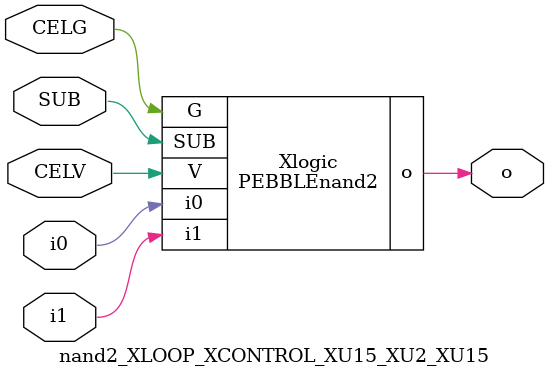
<source format=v>



module PEBBLEnand2 ( o, G, SUB, V, i0, i1 );

  input i0;
  input V;
  input i1;
  input G;
  output o;
  input SUB;
endmodule

//Celera Confidential Do Not Copy nand2_XLOOP_XCONTROL_XU15_XU2_XU15
//Celera Confidential Symbol Generator
//5V NAND2
module nand2_XLOOP_XCONTROL_XU15_XU2_XU15 (CELV,CELG,i0,i1,o,SUB);
input CELV;
input CELG;
input i0;
input i1;
input SUB;
output o;

//Celera Confidential Do Not Copy nand2
PEBBLEnand2 Xlogic(
.V (CELV),
.i0 (i0),
.i1 (i1),
.o (o),
.SUB (SUB),
.G (CELG)
);
//,diesize,PEBBLEnand2

//Celera Confidential Do Not Copy Module End
//Celera Schematic Generator
endmodule

</source>
